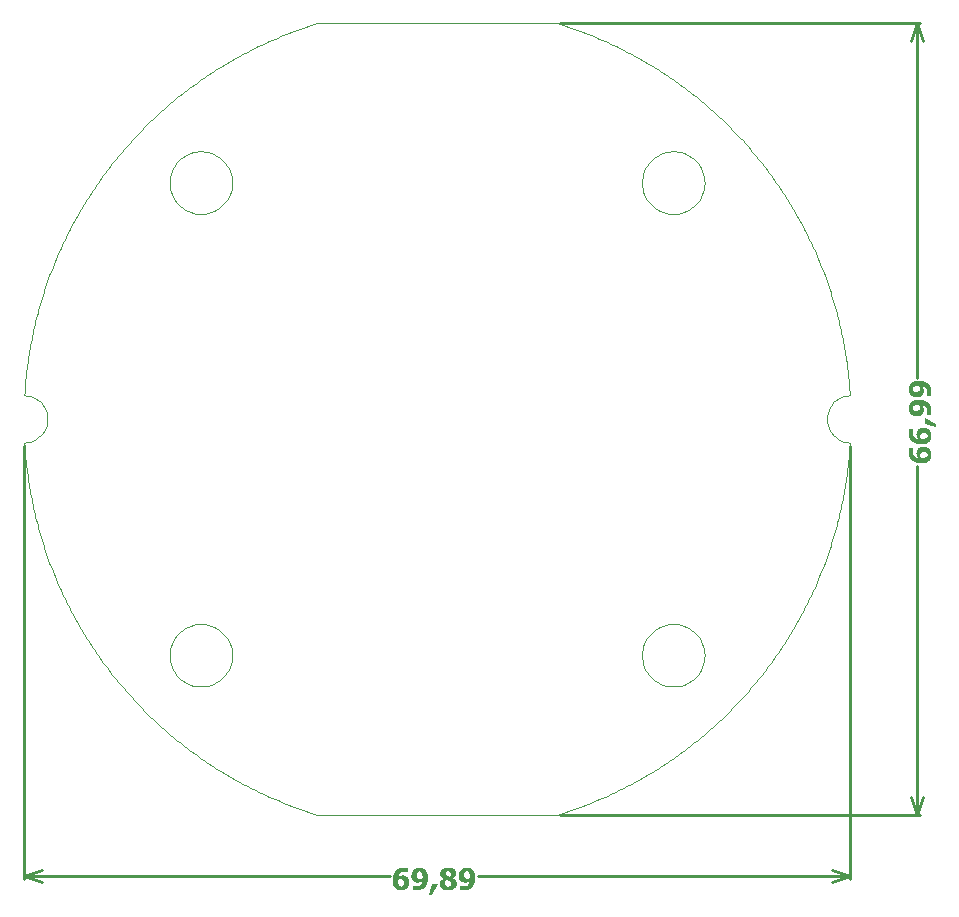
<source format=gm1>
G04*
G04 #@! TF.GenerationSoftware,Altium Limited,Altium Designer,19.1.8 (144)*
G04*
G04 Layer_Color=16711935*
%FSLAX25Y25*%
%MOIN*%
G70*
G01*
G75*
%ADD12C,0.01000*%
%ADD81C,0.00050*%
G36*
X28959Y-17904D02*
X29069D01*
X29179Y-17914D01*
X29439Y-17944D01*
X29459D01*
X29499Y-17954D01*
X29559Y-17964D01*
X29639Y-17974D01*
X29799Y-17994D01*
X29879Y-18014D01*
X29939Y-18024D01*
Y-19434D01*
X29789D01*
X29779Y-19424D01*
X29749Y-19414D01*
X29699Y-19394D01*
X29649Y-19374D01*
X29579Y-19354D01*
X29489Y-19324D01*
X29389Y-19294D01*
X29379D01*
X29339Y-19284D01*
X29279Y-19264D01*
X29199Y-19254D01*
X29099Y-19234D01*
X28989Y-19224D01*
X28859Y-19214D01*
X28639D01*
X28579Y-19224D01*
X28509D01*
X28429Y-19234D01*
X28239Y-19274D01*
X28029Y-19324D01*
X27809Y-19404D01*
X27599Y-19514D01*
X27499Y-19584D01*
X27409Y-19664D01*
X27389Y-19684D01*
X27369Y-19714D01*
X27339Y-19744D01*
X27299Y-19794D01*
X27259Y-19854D01*
X27169Y-19994D01*
X27069Y-20174D01*
X26979Y-20394D01*
X26899Y-20654D01*
X26839Y-20944D01*
X26859Y-20934D01*
X26899Y-20904D01*
X26969Y-20864D01*
X27069Y-20814D01*
X27169Y-20764D01*
X27299Y-20694D01*
X27559Y-20584D01*
X27579Y-20574D01*
X27629Y-20564D01*
X27699Y-20544D01*
X27799Y-20514D01*
X27929Y-20484D01*
X28069Y-20464D01*
X28219Y-20454D01*
X28389Y-20444D01*
X28459D01*
X28529Y-20454D01*
X28629D01*
X28739Y-20474D01*
X28859Y-20494D01*
X28989Y-20514D01*
X29119Y-20554D01*
X29139D01*
X29179Y-20574D01*
X29239Y-20594D01*
X29319Y-20624D01*
X29419Y-20674D01*
X29519Y-20724D01*
X29729Y-20854D01*
X29749Y-20864D01*
X29789Y-20904D01*
X29859Y-20974D01*
X29939Y-21054D01*
X30039Y-21164D01*
X30139Y-21294D01*
X30229Y-21444D01*
X30319Y-21614D01*
Y-21624D01*
X30329Y-21634D01*
X30339Y-21664D01*
X30359Y-21694D01*
X30389Y-21794D01*
X30439Y-21934D01*
X30479Y-22104D01*
X30509Y-22314D01*
X30539Y-22544D01*
X30549Y-22804D01*
Y-22814D01*
Y-22854D01*
Y-22914D01*
X30539Y-22994D01*
X30529Y-23094D01*
X30509Y-23204D01*
X30489Y-23324D01*
X30459Y-23464D01*
X30419Y-23614D01*
X30369Y-23764D01*
X30309Y-23914D01*
X30239Y-24074D01*
X30159Y-24234D01*
X30059Y-24384D01*
X29949Y-24534D01*
X29819Y-24674D01*
X29809Y-24684D01*
X29789Y-24704D01*
X29749Y-24744D01*
X29689Y-24784D01*
X29609Y-24844D01*
X29529Y-24904D01*
X29419Y-24974D01*
X29299Y-25034D01*
X29169Y-25104D01*
X29019Y-25174D01*
X28859Y-25234D01*
X28679Y-25294D01*
X28489Y-25334D01*
X28289Y-25374D01*
X28069Y-25394D01*
X27839Y-25404D01*
X27729D01*
X27679Y-25394D01*
X27609D01*
X27459Y-25384D01*
X27289Y-25364D01*
X27099Y-25324D01*
X26899Y-25284D01*
X26709Y-25224D01*
X26699D01*
X26689Y-25214D01*
X26629Y-25194D01*
X26539Y-25144D01*
X26419Y-25094D01*
X26289Y-25014D01*
X26149Y-24924D01*
X26009Y-24814D01*
X25869Y-24694D01*
X25849Y-24674D01*
X25799Y-24614D01*
X25729Y-24524D01*
X25639Y-24404D01*
X25539Y-24244D01*
X25429Y-24064D01*
X25329Y-23854D01*
X25239Y-23614D01*
Y-23604D01*
X25229Y-23584D01*
X25219Y-23544D01*
X25209Y-23494D01*
X25189Y-23434D01*
X25169Y-23354D01*
X25149Y-23264D01*
X25139Y-23164D01*
X25119Y-23054D01*
X25099Y-22934D01*
X25059Y-22664D01*
X25039Y-22364D01*
X25029Y-22034D01*
Y-22024D01*
Y-21994D01*
Y-21944D01*
Y-21874D01*
X25039Y-21794D01*
Y-21694D01*
X25049Y-21584D01*
X25059Y-21464D01*
X25079Y-21204D01*
X25109Y-20924D01*
X25159Y-20634D01*
X25229Y-20354D01*
Y-20344D01*
X25239Y-20324D01*
X25249Y-20284D01*
X25269Y-20234D01*
X25289Y-20164D01*
X25319Y-20094D01*
X25389Y-19914D01*
X25479Y-19704D01*
X25589Y-19484D01*
X25729Y-19264D01*
X25889Y-19044D01*
X25899Y-19034D01*
X25909Y-19024D01*
X25939Y-18994D01*
X25969Y-18954D01*
X26069Y-18854D01*
X26199Y-18734D01*
X26369Y-18604D01*
X26569Y-18464D01*
X26799Y-18324D01*
X27049Y-18204D01*
X27059D01*
X27079Y-18194D01*
X27119Y-18174D01*
X27179Y-18154D01*
X27239Y-18134D01*
X27329Y-18104D01*
X27419Y-18074D01*
X27529Y-18044D01*
X27649Y-18024D01*
X27769Y-17994D01*
X27909Y-17964D01*
X28059Y-17944D01*
X28389Y-17904D01*
X28739Y-17894D01*
X28869D01*
X28959Y-17904D01*
D02*
G37*
G36*
X49869Y-17884D02*
X49939D01*
X50089Y-17894D01*
X50259Y-17914D01*
X50449Y-17954D01*
X50639Y-17994D01*
X50829Y-18054D01*
X50839D01*
X50849Y-18064D01*
X50909Y-18084D01*
X50999Y-18134D01*
X51119Y-18184D01*
X51249Y-18264D01*
X51389Y-18354D01*
X51529Y-18464D01*
X51669Y-18594D01*
X51689Y-18614D01*
X51739Y-18674D01*
X51809Y-18764D01*
X51899Y-18884D01*
X51999Y-19044D01*
X52099Y-19224D01*
X52189Y-19434D01*
X52279Y-19664D01*
Y-19674D01*
X52289Y-19694D01*
X52299Y-19734D01*
X52309Y-19784D01*
X52329Y-19844D01*
X52349Y-19914D01*
X52369Y-20004D01*
X52389Y-20104D01*
X52409Y-20214D01*
X52429Y-20334D01*
X52469Y-20604D01*
X52489Y-20904D01*
X52499Y-21234D01*
Y-21244D01*
Y-21274D01*
Y-21324D01*
Y-21394D01*
X52489Y-21474D01*
Y-21564D01*
X52479Y-21674D01*
X52469Y-21794D01*
X52449Y-22054D01*
X52409Y-22334D01*
X52349Y-22634D01*
X52279Y-22924D01*
Y-22934D01*
X52269Y-22954D01*
X52259Y-22994D01*
X52239Y-23054D01*
X52219Y-23124D01*
X52189Y-23194D01*
X52119Y-23374D01*
X52029Y-23584D01*
X51909Y-23804D01*
X51779Y-24034D01*
X51619Y-24244D01*
X51609Y-24254D01*
X51599Y-24264D01*
X51569Y-24294D01*
X51539Y-24334D01*
X51439Y-24434D01*
X51299Y-24564D01*
X51129Y-24704D01*
X50929Y-24844D01*
X50709Y-24984D01*
X50459Y-25104D01*
X50449D01*
X50429Y-25114D01*
X50389Y-25134D01*
X50339Y-25144D01*
X50269Y-25174D01*
X50189Y-25194D01*
X50099Y-25224D01*
X49989Y-25244D01*
X49869Y-25274D01*
X49739Y-25304D01*
X49599Y-25324D01*
X49449Y-25344D01*
X49119Y-25384D01*
X48759Y-25394D01*
X48629D01*
X48539Y-25384D01*
X48439D01*
X48319Y-25374D01*
X48189Y-25364D01*
X48049Y-25344D01*
X48029D01*
X47989Y-25334D01*
X47929Y-25324D01*
X47859Y-25314D01*
X47699Y-25294D01*
X47629Y-25274D01*
X47569Y-25264D01*
Y-23854D01*
X47719D01*
X47729Y-23864D01*
X47759Y-23884D01*
X47809Y-23894D01*
X47859Y-23924D01*
X47929Y-23944D01*
X47999Y-23974D01*
X48089Y-24004D01*
X48099D01*
X48139Y-24014D01*
X48189Y-24024D01*
X48269Y-24034D01*
X48369Y-24054D01*
X48489Y-24064D01*
X48619Y-24074D01*
X48839D01*
X48909Y-24064D01*
X48999D01*
X49099Y-24054D01*
X49209Y-24034D01*
X49459Y-23984D01*
X49469D01*
X49519Y-23964D01*
X49579Y-23944D01*
X49659Y-23914D01*
X49739Y-23874D01*
X49839Y-23824D01*
X49939Y-23754D01*
X50029Y-23684D01*
X50039Y-23674D01*
X50069Y-23644D01*
X50119Y-23604D01*
X50179Y-23534D01*
X50239Y-23464D01*
X50309Y-23374D01*
X50379Y-23264D01*
X50439Y-23154D01*
X50449Y-23134D01*
X50469Y-23094D01*
X50499Y-23024D01*
X50529Y-22934D01*
X50569Y-22814D01*
X50609Y-22674D01*
X50639Y-22524D01*
X50669Y-22344D01*
X50649Y-22354D01*
X50599Y-22384D01*
X50529Y-22434D01*
X50429Y-22484D01*
X50319Y-22544D01*
X50199Y-22614D01*
X50069Y-22674D01*
X49939Y-22724D01*
X49929D01*
X49879Y-22744D01*
X49809Y-22764D01*
X49709Y-22784D01*
X49599Y-22804D01*
X49459Y-22824D01*
X49299Y-22834D01*
X49119Y-22844D01*
X49059D01*
X48979Y-22834D01*
X48889D01*
X48779Y-22824D01*
X48659Y-22804D01*
X48399Y-22754D01*
X48389Y-22744D01*
X48339Y-22734D01*
X48279Y-22714D01*
X48199Y-22674D01*
X48099Y-22634D01*
X47999Y-22584D01*
X47889Y-22514D01*
X47779Y-22444D01*
X47759Y-22434D01*
X47719Y-22394D01*
X47649Y-22324D01*
X47569Y-22244D01*
X47469Y-22134D01*
X47379Y-22004D01*
X47279Y-21854D01*
X47189Y-21694D01*
Y-21684D01*
X47179Y-21674D01*
X47169Y-21644D01*
X47159Y-21614D01*
X47119Y-21514D01*
X47089Y-21374D01*
X47049Y-21204D01*
X47009Y-20994D01*
X46989Y-20764D01*
X46979Y-20504D01*
Y-20494D01*
Y-20474D01*
Y-20444D01*
Y-20404D01*
X46989Y-20294D01*
X46999Y-20164D01*
X47029Y-20004D01*
X47059Y-19824D01*
X47109Y-19644D01*
X47169Y-19464D01*
Y-19454D01*
X47179Y-19444D01*
X47209Y-19384D01*
X47249Y-19294D01*
X47309Y-19174D01*
X47389Y-19044D01*
X47479Y-18904D01*
X47589Y-18764D01*
X47709Y-18624D01*
X47729Y-18604D01*
X47769Y-18564D01*
X47849Y-18504D01*
X47949Y-18424D01*
X48069Y-18334D01*
X48219Y-18244D01*
X48389Y-18154D01*
X48569Y-18074D01*
X48579D01*
X48589Y-18064D01*
X48619Y-18054D01*
X48659Y-18044D01*
X48759Y-18014D01*
X48899Y-17974D01*
X49069Y-17934D01*
X49269Y-17904D01*
X49479Y-17884D01*
X49709Y-17874D01*
X49819D01*
X49869Y-17884D01*
D02*
G37*
G36*
X34099D02*
X34169D01*
X34319Y-17894D01*
X34489Y-17914D01*
X34679Y-17954D01*
X34869Y-17994D01*
X35059Y-18054D01*
X35069D01*
X35079Y-18064D01*
X35139Y-18084D01*
X35229Y-18134D01*
X35349Y-18184D01*
X35479Y-18264D01*
X35619Y-18354D01*
X35759Y-18464D01*
X35899Y-18594D01*
X35919Y-18614D01*
X35969Y-18674D01*
X36039Y-18764D01*
X36129Y-18884D01*
X36229Y-19044D01*
X36329Y-19224D01*
X36419Y-19434D01*
X36509Y-19664D01*
Y-19674D01*
X36519Y-19694D01*
X36529Y-19734D01*
X36539Y-19784D01*
X36559Y-19844D01*
X36579Y-19914D01*
X36599Y-20004D01*
X36619Y-20104D01*
X36639Y-20214D01*
X36659Y-20334D01*
X36699Y-20604D01*
X36719Y-20904D01*
X36729Y-21234D01*
Y-21244D01*
Y-21274D01*
Y-21324D01*
Y-21394D01*
X36719Y-21474D01*
Y-21564D01*
X36709Y-21674D01*
X36699Y-21794D01*
X36679Y-22054D01*
X36639Y-22334D01*
X36579Y-22634D01*
X36509Y-22924D01*
Y-22934D01*
X36499Y-22954D01*
X36489Y-22994D01*
X36469Y-23054D01*
X36449Y-23124D01*
X36419Y-23194D01*
X36349Y-23374D01*
X36259Y-23584D01*
X36139Y-23804D01*
X36009Y-24034D01*
X35849Y-24244D01*
X35839Y-24254D01*
X35829Y-24264D01*
X35799Y-24294D01*
X35769Y-24334D01*
X35669Y-24434D01*
X35529Y-24564D01*
X35359Y-24704D01*
X35159Y-24844D01*
X34939Y-24984D01*
X34689Y-25104D01*
X34679D01*
X34659Y-25114D01*
X34619Y-25134D01*
X34569Y-25144D01*
X34499Y-25174D01*
X34419Y-25194D01*
X34329Y-25224D01*
X34219Y-25244D01*
X34099Y-25274D01*
X33969Y-25304D01*
X33829Y-25324D01*
X33679Y-25344D01*
X33349Y-25384D01*
X32989Y-25394D01*
X32859D01*
X32769Y-25384D01*
X32669D01*
X32549Y-25374D01*
X32419Y-25364D01*
X32279Y-25344D01*
X32259D01*
X32219Y-25334D01*
X32159Y-25324D01*
X32089Y-25314D01*
X31929Y-25294D01*
X31859Y-25274D01*
X31799Y-25264D01*
Y-23854D01*
X31949D01*
X31959Y-23864D01*
X31989Y-23884D01*
X32039Y-23894D01*
X32089Y-23924D01*
X32159Y-23944D01*
X32229Y-23974D01*
X32319Y-24004D01*
X32329D01*
X32369Y-24014D01*
X32419Y-24024D01*
X32499Y-24034D01*
X32599Y-24054D01*
X32719Y-24064D01*
X32849Y-24074D01*
X33069D01*
X33139Y-24064D01*
X33229D01*
X33329Y-24054D01*
X33439Y-24034D01*
X33689Y-23984D01*
X33699D01*
X33749Y-23964D01*
X33809Y-23944D01*
X33889Y-23914D01*
X33969Y-23874D01*
X34069Y-23824D01*
X34169Y-23754D01*
X34259Y-23684D01*
X34269Y-23674D01*
X34299Y-23644D01*
X34349Y-23604D01*
X34409Y-23534D01*
X34469Y-23464D01*
X34539Y-23374D01*
X34609Y-23264D01*
X34669Y-23154D01*
X34679Y-23134D01*
X34699Y-23094D01*
X34729Y-23024D01*
X34759Y-22934D01*
X34799Y-22814D01*
X34839Y-22674D01*
X34869Y-22524D01*
X34899Y-22344D01*
X34879Y-22354D01*
X34829Y-22384D01*
X34759Y-22434D01*
X34659Y-22484D01*
X34549Y-22544D01*
X34429Y-22614D01*
X34299Y-22674D01*
X34169Y-22724D01*
X34159D01*
X34109Y-22744D01*
X34039Y-22764D01*
X33939Y-22784D01*
X33829Y-22804D01*
X33689Y-22824D01*
X33529Y-22834D01*
X33349Y-22844D01*
X33289D01*
X33209Y-22834D01*
X33119D01*
X33009Y-22824D01*
X32889Y-22804D01*
X32629Y-22754D01*
X32619Y-22744D01*
X32569Y-22734D01*
X32509Y-22714D01*
X32429Y-22674D01*
X32329Y-22634D01*
X32229Y-22584D01*
X32119Y-22514D01*
X32009Y-22444D01*
X31989Y-22434D01*
X31949Y-22394D01*
X31879Y-22324D01*
X31799Y-22244D01*
X31699Y-22134D01*
X31609Y-22004D01*
X31509Y-21854D01*
X31419Y-21694D01*
Y-21684D01*
X31409Y-21674D01*
X31399Y-21644D01*
X31389Y-21614D01*
X31349Y-21514D01*
X31319Y-21374D01*
X31279Y-21204D01*
X31239Y-20994D01*
X31219Y-20764D01*
X31209Y-20504D01*
Y-20494D01*
Y-20474D01*
Y-20444D01*
Y-20404D01*
X31219Y-20294D01*
X31229Y-20164D01*
X31259Y-20004D01*
X31289Y-19824D01*
X31339Y-19644D01*
X31399Y-19464D01*
Y-19454D01*
X31409Y-19444D01*
X31439Y-19384D01*
X31479Y-19294D01*
X31539Y-19174D01*
X31619Y-19044D01*
X31709Y-18904D01*
X31819Y-18764D01*
X31939Y-18624D01*
X31959Y-18604D01*
X31999Y-18564D01*
X32079Y-18504D01*
X32179Y-18424D01*
X32299Y-18334D01*
X32449Y-18244D01*
X32619Y-18154D01*
X32799Y-18074D01*
X32809D01*
X32819Y-18064D01*
X32849Y-18054D01*
X32889Y-18044D01*
X32989Y-18014D01*
X33129Y-17974D01*
X33299Y-17934D01*
X33499Y-17904D01*
X33709Y-17884D01*
X33939Y-17874D01*
X34049D01*
X34099Y-17884D01*
D02*
G37*
G36*
X43729D02*
X43889Y-17894D01*
X44069Y-17914D01*
X44269Y-17934D01*
X44469Y-17974D01*
X44659Y-18024D01*
X44669D01*
X44679Y-18034D01*
X44739Y-18054D01*
X44839Y-18084D01*
X44949Y-18124D01*
X45079Y-18174D01*
X45219Y-18234D01*
X45349Y-18314D01*
X45479Y-18394D01*
X45489Y-18404D01*
X45529Y-18434D01*
X45589Y-18484D01*
X45669Y-18554D01*
X45749Y-18644D01*
X45829Y-18744D01*
X45909Y-18854D01*
X45979Y-18974D01*
X45989Y-18994D01*
X46009Y-19034D01*
X46039Y-19104D01*
X46069Y-19194D01*
X46099Y-19304D01*
X46129Y-19424D01*
X46149Y-19564D01*
X46159Y-19704D01*
Y-19714D01*
Y-19724D01*
Y-19754D01*
Y-19794D01*
X46139Y-19884D01*
X46119Y-20014D01*
X46089Y-20154D01*
X46029Y-20314D01*
X45959Y-20474D01*
X45859Y-20634D01*
X45849Y-20654D01*
X45799Y-20704D01*
X45729Y-20774D01*
X45629Y-20874D01*
X45499Y-20984D01*
X45349Y-21094D01*
X45159Y-21214D01*
X44939Y-21324D01*
Y-21354D01*
X44949D01*
X44969Y-21364D01*
X45009Y-21384D01*
X45059Y-21404D01*
X45119Y-21434D01*
X45189Y-21474D01*
X45339Y-21554D01*
X45519Y-21674D01*
X45689Y-21804D01*
X45859Y-21954D01*
X45999Y-22124D01*
Y-22134D01*
X46009Y-22144D01*
X46029Y-22174D01*
X46049Y-22204D01*
X46109Y-22304D01*
X46169Y-22444D01*
X46229Y-22604D01*
X46289Y-22794D01*
X46329Y-23014D01*
X46339Y-23254D01*
Y-23274D01*
Y-23334D01*
X46329Y-23424D01*
X46319Y-23534D01*
X46289Y-23664D01*
X46259Y-23814D01*
X46209Y-23964D01*
X46139Y-24114D01*
X46129Y-24134D01*
X46099Y-24184D01*
X46059Y-24254D01*
X45999Y-24354D01*
X45919Y-24454D01*
X45819Y-24574D01*
X45709Y-24694D01*
X45579Y-24804D01*
X45559Y-24814D01*
X45519Y-24854D01*
X45439Y-24904D01*
X45329Y-24974D01*
X45199Y-25044D01*
X45049Y-25124D01*
X44869Y-25194D01*
X44679Y-25264D01*
X44669D01*
X44659Y-25274D01*
X44629D01*
X44589Y-25284D01*
X44539Y-25304D01*
X44479Y-25314D01*
X44329Y-25344D01*
X44149Y-25374D01*
X43949Y-25394D01*
X43719Y-25414D01*
X43469Y-25424D01*
X43349D01*
X43279Y-25414D01*
X43209D01*
X43039Y-25404D01*
X42839Y-25384D01*
X42619Y-25354D01*
X42399Y-25314D01*
X42189Y-25254D01*
X42179D01*
X42169Y-25244D01*
X42139Y-25234D01*
X42099Y-25224D01*
X41999Y-25184D01*
X41879Y-25134D01*
X41739Y-25074D01*
X41589Y-24994D01*
X41439Y-24904D01*
X41299Y-24804D01*
X41279Y-24794D01*
X41239Y-24754D01*
X41179Y-24694D01*
X41109Y-24614D01*
X41019Y-24514D01*
X40939Y-24404D01*
X40859Y-24274D01*
X40789Y-24134D01*
X40779Y-24114D01*
X40769Y-24064D01*
X40739Y-23984D01*
X40709Y-23884D01*
X40679Y-23764D01*
X40659Y-23624D01*
X40639Y-23474D01*
X40629Y-23314D01*
Y-23304D01*
Y-23284D01*
Y-23254D01*
X40639Y-23214D01*
X40649Y-23094D01*
X40669Y-22954D01*
X40709Y-22794D01*
X40769Y-22614D01*
X40859Y-22444D01*
X40969Y-22284D01*
X40989Y-22264D01*
X41029Y-22214D01*
X41109Y-22144D01*
X41219Y-22044D01*
X41359Y-21934D01*
X41529Y-21824D01*
X41729Y-21704D01*
X41959Y-21594D01*
Y-21564D01*
X41949D01*
X41929Y-21554D01*
X41899Y-21534D01*
X41859Y-21504D01*
X41739Y-21444D01*
X41609Y-21354D01*
X41459Y-21244D01*
X41309Y-21114D01*
X41179Y-20974D01*
X41069Y-20814D01*
Y-20804D01*
X41059Y-20794D01*
X41029Y-20734D01*
X40989Y-20644D01*
X40949Y-20524D01*
X40899Y-20374D01*
X40859Y-20214D01*
X40829Y-20024D01*
X40819Y-19824D01*
Y-19804D01*
Y-19754D01*
X40829Y-19684D01*
X40839Y-19584D01*
X40859Y-19474D01*
X40889Y-19344D01*
X40929Y-19214D01*
X40989Y-19084D01*
X40999Y-19064D01*
X41019Y-19024D01*
X41059Y-18954D01*
X41119Y-18874D01*
X41189Y-18774D01*
X41279Y-18674D01*
X41389Y-18564D01*
X41509Y-18454D01*
X41529Y-18444D01*
X41569Y-18414D01*
X41639Y-18364D01*
X41739Y-18304D01*
X41859Y-18234D01*
X41999Y-18164D01*
X42169Y-18094D01*
X42349Y-18034D01*
X42359D01*
X42369Y-18024D01*
X42399Y-18014D01*
X42439Y-18004D01*
X42539Y-17984D01*
X42679Y-17954D01*
X42849Y-17924D01*
X43049Y-17894D01*
X43259Y-17884D01*
X43489Y-17874D01*
X43659D01*
X43729Y-17884D01*
D02*
G37*
G36*
X38219Y-27044D02*
X37189D01*
X38139Y-23344D01*
X39919D01*
X38219Y-27044D01*
D02*
G37*
G36*
X200608Y144418D02*
X200698D01*
X200808Y144408D01*
X200928Y144398D01*
X201188Y144378D01*
X201468Y144338D01*
X201768Y144278D01*
X202058Y144208D01*
X202068D01*
X202088Y144198D01*
X202128Y144188D01*
X202188Y144168D01*
X202258Y144148D01*
X202328Y144118D01*
X202508Y144048D01*
X202718Y143958D01*
X202938Y143838D01*
X203168Y143708D01*
X203378Y143548D01*
X203388Y143538D01*
X203398Y143528D01*
X203428Y143498D01*
X203468Y143468D01*
X203568Y143368D01*
X203698Y143228D01*
X203838Y143058D01*
X203978Y142858D01*
X204118Y142638D01*
X204238Y142388D01*
Y142378D01*
X204248Y142358D01*
X204268Y142318D01*
X204278Y142268D01*
X204308Y142198D01*
X204328Y142118D01*
X204358Y142028D01*
X204378Y141918D01*
X204408Y141798D01*
X204438Y141668D01*
X204458Y141528D01*
X204478Y141378D01*
X204518Y141048D01*
X204528Y140688D01*
Y140558D01*
X204518Y140468D01*
Y140368D01*
X204508Y140248D01*
X204498Y140118D01*
X204478Y139978D01*
Y139958D01*
X204468Y139918D01*
X204458Y139858D01*
X204448Y139788D01*
X204428Y139628D01*
X204408Y139558D01*
X204398Y139498D01*
X202988D01*
Y139648D01*
X202998Y139658D01*
X203018Y139688D01*
X203028Y139738D01*
X203058Y139788D01*
X203078Y139858D01*
X203108Y139928D01*
X203138Y140018D01*
Y140028D01*
X203148Y140068D01*
X203158Y140118D01*
X203168Y140198D01*
X203188Y140298D01*
X203198Y140418D01*
X203208Y140548D01*
Y140768D01*
X203198Y140838D01*
Y140928D01*
X203188Y141028D01*
X203168Y141138D01*
X203118Y141388D01*
Y141398D01*
X203098Y141448D01*
X203078Y141508D01*
X203048Y141588D01*
X203008Y141668D01*
X202958Y141768D01*
X202888Y141868D01*
X202818Y141958D01*
X202808Y141968D01*
X202778Y141998D01*
X202738Y142048D01*
X202668Y142108D01*
X202598Y142168D01*
X202508Y142238D01*
X202398Y142308D01*
X202288Y142368D01*
X202268Y142378D01*
X202228Y142398D01*
X202158Y142428D01*
X202068Y142458D01*
X201948Y142498D01*
X201808Y142538D01*
X201658Y142568D01*
X201478Y142598D01*
X201488Y142578D01*
X201518Y142528D01*
X201568Y142458D01*
X201618Y142358D01*
X201678Y142248D01*
X201748Y142128D01*
X201808Y141998D01*
X201858Y141868D01*
Y141858D01*
X201878Y141808D01*
X201898Y141738D01*
X201918Y141638D01*
X201938Y141528D01*
X201958Y141388D01*
X201968Y141228D01*
X201978Y141048D01*
Y140988D01*
X201968Y140908D01*
Y140818D01*
X201958Y140708D01*
X201938Y140588D01*
X201888Y140328D01*
X201878Y140318D01*
X201868Y140268D01*
X201848Y140208D01*
X201808Y140128D01*
X201768Y140028D01*
X201718Y139928D01*
X201648Y139818D01*
X201578Y139708D01*
X201568Y139688D01*
X201528Y139648D01*
X201458Y139578D01*
X201378Y139498D01*
X201268Y139398D01*
X201138Y139308D01*
X200988Y139208D01*
X200828Y139118D01*
X200818D01*
X200808Y139108D01*
X200778Y139098D01*
X200748Y139088D01*
X200648Y139048D01*
X200508Y139018D01*
X200338Y138978D01*
X200128Y138938D01*
X199898Y138918D01*
X199638Y138908D01*
X199628D01*
X199608D01*
X199578D01*
X199538D01*
X199428Y138918D01*
X199298Y138928D01*
X199138Y138958D01*
X198958Y138988D01*
X198778Y139038D01*
X198598Y139098D01*
X198588D01*
X198578Y139108D01*
X198518Y139138D01*
X198428Y139178D01*
X198308Y139238D01*
X198178Y139318D01*
X198038Y139408D01*
X197898Y139518D01*
X197758Y139638D01*
X197738Y139658D01*
X197698Y139698D01*
X197638Y139778D01*
X197558Y139878D01*
X197468Y139998D01*
X197378Y140148D01*
X197288Y140318D01*
X197208Y140498D01*
Y140508D01*
X197198Y140518D01*
X197188Y140548D01*
X197178Y140588D01*
X197148Y140688D01*
X197108Y140828D01*
X197068Y140998D01*
X197038Y141198D01*
X197018Y141408D01*
X197008Y141638D01*
Y141748D01*
X197018Y141798D01*
Y141868D01*
X197028Y142018D01*
X197048Y142188D01*
X197088Y142378D01*
X197128Y142568D01*
X197188Y142758D01*
Y142768D01*
X197198Y142778D01*
X197218Y142838D01*
X197268Y142928D01*
X197318Y143048D01*
X197398Y143178D01*
X197488Y143318D01*
X197598Y143458D01*
X197728Y143598D01*
X197748Y143618D01*
X197808Y143668D01*
X197898Y143738D01*
X198018Y143828D01*
X198178Y143928D01*
X198358Y144028D01*
X198568Y144118D01*
X198798Y144208D01*
X198808D01*
X198828Y144218D01*
X198868Y144228D01*
X198918Y144238D01*
X198978Y144258D01*
X199048Y144278D01*
X199138Y144298D01*
X199238Y144318D01*
X199348Y144338D01*
X199468Y144358D01*
X199738Y144398D01*
X200038Y144418D01*
X200368Y144428D01*
X200378D01*
X200408D01*
X200458D01*
X200528D01*
X200608Y144418D01*
D02*
G37*
G36*
Y138088D02*
X200698D01*
X200808Y138078D01*
X200928Y138068D01*
X201188Y138048D01*
X201468Y138008D01*
X201768Y137948D01*
X202058Y137878D01*
X202068D01*
X202088Y137868D01*
X202128Y137858D01*
X202188Y137838D01*
X202258Y137818D01*
X202328Y137788D01*
X202508Y137718D01*
X202718Y137628D01*
X202938Y137508D01*
X203168Y137378D01*
X203378Y137218D01*
X203388Y137208D01*
X203398Y137198D01*
X203428Y137168D01*
X203468Y137138D01*
X203568Y137038D01*
X203698Y136898D01*
X203838Y136728D01*
X203978Y136528D01*
X204118Y136308D01*
X204238Y136058D01*
Y136048D01*
X204248Y136028D01*
X204268Y135988D01*
X204278Y135938D01*
X204308Y135868D01*
X204328Y135788D01*
X204358Y135698D01*
X204378Y135588D01*
X204408Y135468D01*
X204438Y135338D01*
X204458Y135198D01*
X204478Y135048D01*
X204518Y134718D01*
X204528Y134358D01*
Y134228D01*
X204518Y134138D01*
Y134038D01*
X204508Y133918D01*
X204498Y133788D01*
X204478Y133648D01*
Y133628D01*
X204468Y133588D01*
X204458Y133528D01*
X204448Y133458D01*
X204428Y133298D01*
X204408Y133228D01*
X204398Y133168D01*
X202988D01*
Y133318D01*
X202998Y133328D01*
X203018Y133358D01*
X203028Y133408D01*
X203058Y133458D01*
X203078Y133528D01*
X203108Y133598D01*
X203138Y133688D01*
Y133698D01*
X203148Y133738D01*
X203158Y133788D01*
X203168Y133868D01*
X203188Y133968D01*
X203198Y134088D01*
X203208Y134218D01*
Y134438D01*
X203198Y134508D01*
Y134598D01*
X203188Y134698D01*
X203168Y134808D01*
X203118Y135058D01*
Y135068D01*
X203098Y135118D01*
X203078Y135178D01*
X203048Y135258D01*
X203008Y135338D01*
X202958Y135438D01*
X202888Y135538D01*
X202818Y135628D01*
X202808Y135638D01*
X202778Y135668D01*
X202738Y135718D01*
X202668Y135778D01*
X202598Y135838D01*
X202508Y135908D01*
X202398Y135978D01*
X202288Y136038D01*
X202268Y136048D01*
X202228Y136068D01*
X202158Y136098D01*
X202068Y136128D01*
X201948Y136168D01*
X201808Y136208D01*
X201658Y136238D01*
X201478Y136268D01*
X201488Y136248D01*
X201518Y136198D01*
X201568Y136128D01*
X201618Y136028D01*
X201678Y135918D01*
X201748Y135798D01*
X201808Y135668D01*
X201858Y135538D01*
Y135528D01*
X201878Y135478D01*
X201898Y135408D01*
X201918Y135308D01*
X201938Y135198D01*
X201958Y135058D01*
X201968Y134898D01*
X201978Y134718D01*
Y134658D01*
X201968Y134578D01*
Y134488D01*
X201958Y134378D01*
X201938Y134258D01*
X201888Y133998D01*
X201878Y133988D01*
X201868Y133938D01*
X201848Y133878D01*
X201808Y133798D01*
X201768Y133698D01*
X201718Y133598D01*
X201648Y133488D01*
X201578Y133378D01*
X201568Y133358D01*
X201528Y133318D01*
X201458Y133248D01*
X201378Y133168D01*
X201268Y133068D01*
X201138Y132978D01*
X200988Y132878D01*
X200828Y132788D01*
X200818D01*
X200808Y132778D01*
X200778Y132768D01*
X200748Y132758D01*
X200648Y132718D01*
X200508Y132688D01*
X200338Y132648D01*
X200128Y132608D01*
X199898Y132588D01*
X199638Y132578D01*
X199628D01*
X199608D01*
X199578D01*
X199538D01*
X199428Y132588D01*
X199298Y132598D01*
X199138Y132628D01*
X198958Y132658D01*
X198778Y132708D01*
X198598Y132768D01*
X198588D01*
X198578Y132778D01*
X198518Y132808D01*
X198428Y132848D01*
X198308Y132908D01*
X198178Y132988D01*
X198038Y133078D01*
X197898Y133188D01*
X197758Y133308D01*
X197738Y133328D01*
X197698Y133368D01*
X197638Y133448D01*
X197558Y133548D01*
X197468Y133668D01*
X197378Y133818D01*
X197288Y133988D01*
X197208Y134168D01*
Y134178D01*
X197198Y134188D01*
X197188Y134218D01*
X197178Y134258D01*
X197148Y134358D01*
X197108Y134498D01*
X197068Y134668D01*
X197038Y134868D01*
X197018Y135078D01*
X197008Y135308D01*
Y135418D01*
X197018Y135468D01*
Y135538D01*
X197028Y135688D01*
X197048Y135858D01*
X197088Y136048D01*
X197128Y136238D01*
X197188Y136428D01*
Y136438D01*
X197198Y136448D01*
X197218Y136508D01*
X197268Y136598D01*
X197318Y136718D01*
X197398Y136848D01*
X197488Y136988D01*
X197598Y137128D01*
X197728Y137268D01*
X197748Y137288D01*
X197808Y137338D01*
X197898Y137408D01*
X198018Y137498D01*
X198178Y137598D01*
X198358Y137698D01*
X198568Y137788D01*
X198798Y137878D01*
X198808D01*
X198828Y137888D01*
X198868Y137898D01*
X198918Y137908D01*
X198978Y137928D01*
X199048Y137948D01*
X199138Y137968D01*
X199238Y137988D01*
X199348Y138008D01*
X199468Y138028D01*
X199738Y138068D01*
X200038Y138088D01*
X200368Y138098D01*
X200378D01*
X200408D01*
X200458D01*
X200528D01*
X200608Y138088D01*
D02*
G37*
G36*
X206178Y130148D02*
Y129118D01*
X202478Y130068D01*
Y131848D01*
X206178Y130148D01*
D02*
G37*
G36*
X202128Y128798D02*
X202228Y128788D01*
X202338Y128768D01*
X202458Y128748D01*
X202598Y128718D01*
X202748Y128678D01*
X202898Y128628D01*
X203048Y128568D01*
X203208Y128498D01*
X203368Y128418D01*
X203518Y128318D01*
X203668Y128208D01*
X203808Y128078D01*
X203818Y128068D01*
X203838Y128048D01*
X203878Y128008D01*
X203918Y127948D01*
X203978Y127868D01*
X204038Y127788D01*
X204108Y127678D01*
X204168Y127558D01*
X204238Y127428D01*
X204308Y127278D01*
X204368Y127118D01*
X204428Y126938D01*
X204468Y126748D01*
X204508Y126548D01*
X204528Y126328D01*
X204538Y126098D01*
Y125988D01*
X204528Y125938D01*
Y125868D01*
X204518Y125718D01*
X204498Y125548D01*
X204458Y125358D01*
X204418Y125158D01*
X204358Y124968D01*
Y124958D01*
X204348Y124948D01*
X204328Y124888D01*
X204278Y124798D01*
X204228Y124678D01*
X204148Y124548D01*
X204058Y124408D01*
X203948Y124268D01*
X203828Y124128D01*
X203808Y124108D01*
X203748Y124058D01*
X203658Y123988D01*
X203538Y123898D01*
X203378Y123798D01*
X203198Y123688D01*
X202988Y123588D01*
X202748Y123498D01*
X202738D01*
X202718Y123488D01*
X202678Y123478D01*
X202628Y123468D01*
X202568Y123448D01*
X202488Y123428D01*
X202398Y123408D01*
X202298Y123398D01*
X202188Y123378D01*
X202068Y123358D01*
X201798Y123318D01*
X201498Y123298D01*
X201168Y123288D01*
X201158D01*
X201128D01*
X201078D01*
X201008D01*
X200928Y123298D01*
X200828D01*
X200718Y123308D01*
X200598Y123318D01*
X200338Y123338D01*
X200058Y123368D01*
X199768Y123418D01*
X199488Y123488D01*
X199478D01*
X199458Y123498D01*
X199418Y123508D01*
X199368Y123528D01*
X199298Y123548D01*
X199228Y123578D01*
X199048Y123648D01*
X198838Y123738D01*
X198618Y123848D01*
X198398Y123988D01*
X198178Y124148D01*
X198168Y124158D01*
X198158Y124168D01*
X198128Y124198D01*
X198088Y124228D01*
X197988Y124328D01*
X197868Y124458D01*
X197738Y124628D01*
X197598Y124828D01*
X197458Y125058D01*
X197338Y125308D01*
Y125318D01*
X197328Y125338D01*
X197308Y125378D01*
X197288Y125438D01*
X197268Y125498D01*
X197238Y125588D01*
X197208Y125678D01*
X197178Y125788D01*
X197158Y125908D01*
X197128Y126028D01*
X197098Y126168D01*
X197078Y126318D01*
X197038Y126648D01*
X197028Y126998D01*
Y127128D01*
X197038Y127218D01*
Y127328D01*
X197048Y127438D01*
X197078Y127698D01*
Y127718D01*
X197088Y127758D01*
X197098Y127818D01*
X197108Y127898D01*
X197128Y128058D01*
X197148Y128138D01*
X197158Y128198D01*
X198568D01*
Y128048D01*
X198558Y128038D01*
X198548Y128008D01*
X198528Y127958D01*
X198508Y127908D01*
X198488Y127838D01*
X198458Y127748D01*
X198428Y127648D01*
Y127638D01*
X198418Y127598D01*
X198398Y127538D01*
X198388Y127458D01*
X198368Y127358D01*
X198358Y127248D01*
X198348Y127118D01*
Y126898D01*
X198358Y126838D01*
Y126768D01*
X198368Y126688D01*
X198408Y126498D01*
X198458Y126288D01*
X198538Y126068D01*
X198648Y125858D01*
X198718Y125758D01*
X198798Y125668D01*
X198818Y125648D01*
X198848Y125628D01*
X198878Y125598D01*
X198928Y125558D01*
X198988Y125518D01*
X199128Y125428D01*
X199308Y125328D01*
X199528Y125238D01*
X199788Y125158D01*
X200078Y125098D01*
X200068Y125118D01*
X200038Y125158D01*
X199998Y125228D01*
X199948Y125328D01*
X199898Y125428D01*
X199828Y125558D01*
X199718Y125818D01*
X199708Y125838D01*
X199698Y125888D01*
X199678Y125958D01*
X199648Y126058D01*
X199618Y126188D01*
X199598Y126328D01*
X199588Y126478D01*
X199578Y126648D01*
Y126718D01*
X199588Y126788D01*
Y126888D01*
X199608Y126998D01*
X199628Y127118D01*
X199648Y127248D01*
X199688Y127378D01*
Y127398D01*
X199708Y127438D01*
X199728Y127498D01*
X199758Y127578D01*
X199808Y127678D01*
X199858Y127778D01*
X199988Y127988D01*
X199998Y128008D01*
X200038Y128048D01*
X200108Y128118D01*
X200188Y128198D01*
X200298Y128298D01*
X200428Y128398D01*
X200578Y128488D01*
X200748Y128578D01*
X200758D01*
X200768Y128588D01*
X200798Y128598D01*
X200828Y128618D01*
X200928Y128648D01*
X201068Y128698D01*
X201238Y128738D01*
X201448Y128768D01*
X201678Y128798D01*
X201938Y128808D01*
X201948D01*
X201988D01*
X202048D01*
X202128Y128798D01*
D02*
G37*
G36*
Y122468D02*
X202228Y122458D01*
X202338Y122438D01*
X202458Y122418D01*
X202598Y122388D01*
X202748Y122348D01*
X202898Y122298D01*
X203048Y122238D01*
X203208Y122168D01*
X203368Y122088D01*
X203518Y121988D01*
X203668Y121878D01*
X203808Y121748D01*
X203818Y121738D01*
X203838Y121718D01*
X203878Y121678D01*
X203918Y121618D01*
X203978Y121538D01*
X204038Y121458D01*
X204108Y121348D01*
X204168Y121228D01*
X204238Y121098D01*
X204308Y120948D01*
X204368Y120788D01*
X204428Y120608D01*
X204468Y120418D01*
X204508Y120218D01*
X204528Y119998D01*
X204538Y119768D01*
Y119658D01*
X204528Y119608D01*
Y119538D01*
X204518Y119388D01*
X204498Y119218D01*
X204458Y119028D01*
X204418Y118828D01*
X204358Y118638D01*
Y118628D01*
X204348Y118618D01*
X204328Y118558D01*
X204278Y118468D01*
X204228Y118348D01*
X204148Y118218D01*
X204058Y118078D01*
X203948Y117938D01*
X203828Y117798D01*
X203808Y117778D01*
X203748Y117728D01*
X203658Y117658D01*
X203538Y117568D01*
X203378Y117468D01*
X203198Y117358D01*
X202988Y117258D01*
X202748Y117168D01*
X202738D01*
X202718Y117158D01*
X202678Y117148D01*
X202628Y117138D01*
X202568Y117118D01*
X202488Y117098D01*
X202398Y117078D01*
X202298Y117068D01*
X202188Y117048D01*
X202068Y117028D01*
X201798Y116988D01*
X201498Y116968D01*
X201168Y116958D01*
X201158D01*
X201128D01*
X201078D01*
X201008D01*
X200928Y116968D01*
X200828D01*
X200718Y116978D01*
X200598Y116988D01*
X200338Y117008D01*
X200058Y117038D01*
X199768Y117088D01*
X199488Y117158D01*
X199478D01*
X199458Y117168D01*
X199418Y117178D01*
X199368Y117198D01*
X199298Y117218D01*
X199228Y117248D01*
X199048Y117318D01*
X198838Y117408D01*
X198618Y117518D01*
X198398Y117658D01*
X198178Y117818D01*
X198168Y117828D01*
X198158Y117838D01*
X198128Y117868D01*
X198088Y117898D01*
X197988Y117998D01*
X197868Y118128D01*
X197738Y118298D01*
X197598Y118498D01*
X197458Y118728D01*
X197338Y118978D01*
Y118988D01*
X197328Y119008D01*
X197308Y119048D01*
X197288Y119108D01*
X197268Y119168D01*
X197238Y119258D01*
X197208Y119348D01*
X197178Y119458D01*
X197158Y119578D01*
X197128Y119698D01*
X197098Y119838D01*
X197078Y119988D01*
X197038Y120318D01*
X197028Y120668D01*
Y120798D01*
X197038Y120888D01*
Y120998D01*
X197048Y121108D01*
X197078Y121368D01*
Y121388D01*
X197088Y121428D01*
X197098Y121488D01*
X197108Y121568D01*
X197128Y121728D01*
X197148Y121808D01*
X197158Y121868D01*
X198568D01*
Y121718D01*
X198558Y121708D01*
X198548Y121678D01*
X198528Y121628D01*
X198508Y121578D01*
X198488Y121508D01*
X198458Y121418D01*
X198428Y121318D01*
Y121308D01*
X198418Y121268D01*
X198398Y121208D01*
X198388Y121128D01*
X198368Y121028D01*
X198358Y120918D01*
X198348Y120788D01*
Y120568D01*
X198358Y120508D01*
Y120438D01*
X198368Y120358D01*
X198408Y120168D01*
X198458Y119958D01*
X198538Y119738D01*
X198648Y119528D01*
X198718Y119428D01*
X198798Y119338D01*
X198818Y119318D01*
X198848Y119298D01*
X198878Y119268D01*
X198928Y119228D01*
X198988Y119188D01*
X199128Y119098D01*
X199308Y118998D01*
X199528Y118908D01*
X199788Y118828D01*
X200078Y118768D01*
X200068Y118788D01*
X200038Y118828D01*
X199998Y118898D01*
X199948Y118998D01*
X199898Y119098D01*
X199828Y119228D01*
X199718Y119488D01*
X199708Y119508D01*
X199698Y119558D01*
X199678Y119628D01*
X199648Y119728D01*
X199618Y119858D01*
X199598Y119998D01*
X199588Y120148D01*
X199578Y120318D01*
Y120388D01*
X199588Y120458D01*
Y120558D01*
X199608Y120668D01*
X199628Y120788D01*
X199648Y120918D01*
X199688Y121048D01*
Y121068D01*
X199708Y121108D01*
X199728Y121168D01*
X199758Y121248D01*
X199808Y121348D01*
X199858Y121448D01*
X199988Y121658D01*
X199998Y121678D01*
X200038Y121718D01*
X200108Y121788D01*
X200188Y121868D01*
X200298Y121968D01*
X200428Y122068D01*
X200578Y122158D01*
X200748Y122248D01*
X200758D01*
X200768Y122258D01*
X200798Y122268D01*
X200828Y122288D01*
X200928Y122318D01*
X201068Y122368D01*
X201238Y122408D01*
X201448Y122438D01*
X201678Y122468D01*
X201938Y122478D01*
X201948D01*
X201988D01*
X202048D01*
X202128Y122468D01*
D02*
G37*
%LPC*%
G36*
X27599Y-21704D02*
X27529D01*
X27479Y-21714D01*
X27359Y-21724D01*
X27209Y-21754D01*
X27199D01*
X27179Y-21764D01*
X27139Y-21774D01*
X27089Y-21784D01*
X26969Y-21824D01*
X26829Y-21874D01*
Y-21884D01*
Y-21914D01*
Y-21964D01*
Y-22044D01*
Y-22064D01*
Y-22124D01*
Y-22204D01*
Y-22324D01*
Y-22334D01*
Y-22354D01*
Y-22384D01*
Y-22424D01*
X26839Y-22544D01*
Y-22684D01*
X26849Y-22844D01*
X26869Y-23004D01*
X26899Y-23174D01*
X26929Y-23324D01*
X26939Y-23344D01*
X26949Y-23384D01*
X26969Y-23454D01*
X27009Y-23534D01*
X27089Y-23714D01*
X27149Y-23804D01*
X27209Y-23884D01*
X27219Y-23894D01*
X27229Y-23914D01*
X27289Y-23974D01*
X27379Y-24044D01*
X27489Y-24114D01*
X27499D01*
X27519Y-24124D01*
X27549Y-24134D01*
X27599Y-24144D01*
X27709Y-24164D01*
X27839Y-24174D01*
X27889D01*
X27929Y-24164D01*
X28029Y-24144D01*
X28149Y-24104D01*
X28159D01*
X28179Y-24094D01*
X28209Y-24074D01*
X28249Y-24054D01*
X28339Y-23984D01*
X28439Y-23884D01*
X28449Y-23874D01*
X28459Y-23854D01*
X28489Y-23824D01*
X28519Y-23774D01*
X28589Y-23654D01*
X28649Y-23514D01*
Y-23504D01*
X28659Y-23474D01*
X28679Y-23424D01*
X28689Y-23354D01*
X28709Y-23264D01*
X28719Y-23164D01*
X28729Y-23034D01*
Y-22884D01*
Y-22864D01*
Y-22824D01*
Y-22764D01*
X28719Y-22684D01*
X28709Y-22594D01*
X28689Y-22494D01*
X28669Y-22404D01*
X28639Y-22314D01*
Y-22304D01*
X28619Y-22274D01*
X28599Y-22234D01*
X28579Y-22184D01*
X28499Y-22064D01*
X28389Y-21944D01*
X28379Y-21934D01*
X28359Y-21924D01*
X28329Y-21904D01*
X28289Y-21874D01*
X28169Y-21814D01*
X28029Y-21764D01*
X28019D01*
X27999Y-21754D01*
X27949Y-21744D01*
X27899Y-21734D01*
X27839Y-21724D01*
X27759Y-21714D01*
X27599Y-21704D01*
D02*
G37*
G36*
X49699Y-19104D02*
X49639D01*
X49599Y-19114D01*
X49499Y-19134D01*
X49379Y-19174D01*
X49369D01*
X49349Y-19184D01*
X49329Y-19204D01*
X49289Y-19224D01*
X49189Y-19304D01*
X49089Y-19404D01*
X49079Y-19414D01*
X49069Y-19434D01*
X49049Y-19464D01*
X49019Y-19504D01*
X48989Y-19564D01*
X48949Y-19634D01*
X48919Y-19714D01*
X48879Y-19814D01*
Y-19824D01*
X48869Y-19864D01*
X48859Y-19914D01*
X48839Y-19994D01*
X48829Y-20074D01*
X48809Y-20184D01*
X48799Y-20294D01*
Y-20414D01*
Y-20434D01*
Y-20474D01*
Y-20534D01*
X48809Y-20614D01*
X48819Y-20714D01*
X48829Y-20804D01*
X48849Y-20904D01*
X48879Y-20994D01*
Y-21004D01*
X48899Y-21034D01*
X48919Y-21074D01*
X48949Y-21124D01*
X49019Y-21234D01*
X49129Y-21354D01*
X49139Y-21364D01*
X49159Y-21374D01*
X49189Y-21394D01*
X49229Y-21424D01*
X49339Y-21484D01*
X49479Y-21534D01*
X49489D01*
X49519Y-21544D01*
X49559Y-21554D01*
X49609D01*
X49679Y-21564D01*
X49749Y-21574D01*
X49919Y-21584D01*
X49989D01*
X50049Y-21574D01*
X50179Y-21564D01*
X50329Y-21534D01*
X50339D01*
X50369Y-21524D01*
X50409Y-21514D01*
X50459Y-21494D01*
X50569Y-21454D01*
X50679Y-21414D01*
Y-21404D01*
Y-21374D01*
Y-21334D01*
X50689Y-21264D01*
Y-21244D01*
X50699Y-21184D01*
Y-21094D01*
Y-20964D01*
Y-20954D01*
Y-20934D01*
Y-20904D01*
Y-20864D01*
Y-20754D01*
X50689Y-20624D01*
X50679Y-20464D01*
X50659Y-20304D01*
X50629Y-20144D01*
X50599Y-19994D01*
Y-19974D01*
X50579Y-19934D01*
X50559Y-19864D01*
X50529Y-19774D01*
X50439Y-19584D01*
X50379Y-19494D01*
X50319Y-19404D01*
X50309Y-19394D01*
X50299Y-19374D01*
X50239Y-19314D01*
X50139Y-19244D01*
X50029Y-19174D01*
X50019D01*
X49999Y-19164D01*
X49969Y-19154D01*
X49929Y-19134D01*
X49829Y-19114D01*
X49699Y-19104D01*
D02*
G37*
G36*
X33929D02*
X33869D01*
X33829Y-19114D01*
X33729Y-19134D01*
X33609Y-19174D01*
X33599D01*
X33579Y-19184D01*
X33559Y-19204D01*
X33519Y-19224D01*
X33419Y-19304D01*
X33319Y-19404D01*
X33309Y-19414D01*
X33299Y-19434D01*
X33279Y-19464D01*
X33249Y-19504D01*
X33219Y-19564D01*
X33179Y-19634D01*
X33149Y-19714D01*
X33109Y-19814D01*
Y-19824D01*
X33099Y-19864D01*
X33089Y-19914D01*
X33069Y-19994D01*
X33059Y-20074D01*
X33039Y-20184D01*
X33029Y-20294D01*
Y-20414D01*
Y-20434D01*
Y-20474D01*
Y-20534D01*
X33039Y-20614D01*
X33049Y-20714D01*
X33059Y-20804D01*
X33079Y-20904D01*
X33109Y-20994D01*
Y-21004D01*
X33129Y-21034D01*
X33149Y-21074D01*
X33179Y-21124D01*
X33249Y-21234D01*
X33359Y-21354D01*
X33369Y-21364D01*
X33389Y-21374D01*
X33419Y-21394D01*
X33459Y-21424D01*
X33569Y-21484D01*
X33709Y-21534D01*
X33719D01*
X33749Y-21544D01*
X33789Y-21554D01*
X33839D01*
X33909Y-21564D01*
X33979Y-21574D01*
X34149Y-21584D01*
X34219D01*
X34279Y-21574D01*
X34409Y-21564D01*
X34559Y-21534D01*
X34569D01*
X34599Y-21524D01*
X34639Y-21514D01*
X34689Y-21494D01*
X34799Y-21454D01*
X34909Y-21414D01*
Y-21404D01*
Y-21374D01*
Y-21334D01*
X34919Y-21264D01*
Y-21244D01*
X34929Y-21184D01*
Y-21094D01*
Y-20964D01*
Y-20954D01*
Y-20934D01*
Y-20904D01*
Y-20864D01*
Y-20754D01*
X34919Y-20624D01*
X34909Y-20464D01*
X34889Y-20304D01*
X34859Y-20144D01*
X34829Y-19994D01*
Y-19974D01*
X34809Y-19934D01*
X34789Y-19864D01*
X34759Y-19774D01*
X34669Y-19584D01*
X34609Y-19494D01*
X34549Y-19404D01*
X34539Y-19394D01*
X34529Y-19374D01*
X34469Y-19314D01*
X34369Y-19244D01*
X34259Y-19174D01*
X34249D01*
X34229Y-19164D01*
X34199Y-19154D01*
X34159Y-19134D01*
X34059Y-19114D01*
X33929Y-19104D01*
D02*
G37*
G36*
X43489D02*
X43429D01*
X43349Y-19114D01*
X43259Y-19124D01*
X43159Y-19154D01*
X43059Y-19184D01*
X42949Y-19234D01*
X42849Y-19304D01*
X42839Y-19314D01*
X42809Y-19344D01*
X42769Y-19384D01*
X42729Y-19444D01*
X42689Y-19514D01*
X42649Y-19594D01*
X42619Y-19694D01*
X42609Y-19794D01*
Y-19804D01*
Y-19844D01*
X42619Y-19894D01*
X42629Y-19964D01*
X42669Y-20114D01*
X42699Y-20194D01*
X42749Y-20264D01*
X42759Y-20274D01*
X42779Y-20294D01*
X42809Y-20324D01*
X42859Y-20374D01*
X42929Y-20424D01*
X43009Y-20474D01*
X43099Y-20534D01*
X43209Y-20594D01*
X43219D01*
X43239Y-20604D01*
X43259Y-20614D01*
X43299Y-20634D01*
X43399Y-20674D01*
X43529Y-20734D01*
X43539D01*
X43559Y-20744D01*
X43609Y-20764D01*
X43659Y-20784D01*
X43739Y-20814D01*
X43819Y-20844D01*
X43919Y-20884D01*
X44029Y-20924D01*
X44039Y-20914D01*
X44059Y-20884D01*
X44099Y-20834D01*
X44139Y-20774D01*
X44179Y-20694D01*
X44229Y-20614D01*
X44309Y-20444D01*
Y-20434D01*
X44319Y-20404D01*
X44339Y-20354D01*
X44359Y-20294D01*
X44369Y-20214D01*
X44389Y-20124D01*
X44399Y-20024D01*
Y-19914D01*
Y-19894D01*
Y-19854D01*
X44389Y-19784D01*
X44369Y-19704D01*
X44339Y-19614D01*
X44289Y-19514D01*
X44229Y-19424D01*
X44149Y-19334D01*
X44139Y-19324D01*
X44109Y-19294D01*
X44049Y-19264D01*
X43979Y-19214D01*
X43879Y-19174D01*
X43769Y-19144D01*
X43639Y-19114D01*
X43489Y-19104D01*
D02*
G37*
G36*
X42869Y-22004D02*
X42859Y-22014D01*
X42839Y-22034D01*
X42799Y-22074D01*
X42759Y-22134D01*
X42699Y-22204D01*
X42649Y-22284D01*
X42589Y-22374D01*
X42529Y-22474D01*
X42519Y-22484D01*
X42509Y-22524D01*
X42489Y-22574D01*
X42459Y-22654D01*
X42429Y-22744D01*
X42409Y-22844D01*
X42399Y-22964D01*
X42389Y-23084D01*
Y-23094D01*
Y-23104D01*
X42399Y-23164D01*
X42409Y-23254D01*
X42429Y-23374D01*
X42469Y-23494D01*
X42529Y-23634D01*
X42599Y-23764D01*
X42709Y-23884D01*
X42729Y-23894D01*
X42769Y-23934D01*
X42839Y-23974D01*
X42939Y-24034D01*
X43059Y-24084D01*
X43199Y-24134D01*
X43359Y-24174D01*
X43549Y-24184D01*
X43599D01*
X43639Y-24174D01*
X43739Y-24164D01*
X43869Y-24144D01*
X43879D01*
X43899Y-24134D01*
X43939Y-24124D01*
X43979Y-24104D01*
X44089Y-24064D01*
X44199Y-24004D01*
X44209Y-23994D01*
X44229Y-23984D01*
X44289Y-23924D01*
X44369Y-23844D01*
X44449Y-23734D01*
Y-23724D01*
X44469Y-23704D01*
X44479Y-23674D01*
X44499Y-23624D01*
X44519Y-23574D01*
X44529Y-23504D01*
X44549Y-23424D01*
Y-23334D01*
Y-23314D01*
Y-23274D01*
X44539Y-23214D01*
X44529Y-23134D01*
X44509Y-23044D01*
X44479Y-22954D01*
X44439Y-22864D01*
X44389Y-22784D01*
X44379Y-22774D01*
X44359Y-22754D01*
X44319Y-22714D01*
X44249Y-22664D01*
X44169Y-22594D01*
X44059Y-22524D01*
X43919Y-22444D01*
X43749Y-22364D01*
X43739D01*
X43719Y-22354D01*
X43689Y-22334D01*
X43649Y-22314D01*
X43589Y-22294D01*
X43519Y-22264D01*
X43439Y-22234D01*
X43339Y-22194D01*
X43329Y-22184D01*
X43299Y-22174D01*
X43249Y-22154D01*
X43179Y-22124D01*
X43029Y-22064D01*
X42869Y-22004D01*
D02*
G37*
G36*
X200318Y142628D02*
X200228D01*
X200098D01*
X200088D01*
X200068D01*
X200038D01*
X199998D01*
X199888D01*
X199758Y142618D01*
X199598Y142608D01*
X199438Y142588D01*
X199278Y142558D01*
X199128Y142528D01*
X199108D01*
X199068Y142508D01*
X198998Y142488D01*
X198908Y142458D01*
X198718Y142368D01*
X198628Y142308D01*
X198538Y142248D01*
X198528Y142238D01*
X198508Y142228D01*
X198448Y142168D01*
X198378Y142068D01*
X198308Y141958D01*
Y141948D01*
X198298Y141928D01*
X198288Y141898D01*
X198268Y141858D01*
X198248Y141758D01*
X198238Y141628D01*
Y141568D01*
X198248Y141528D01*
X198268Y141428D01*
X198308Y141308D01*
Y141298D01*
X198318Y141278D01*
X198338Y141258D01*
X198358Y141218D01*
X198438Y141118D01*
X198538Y141018D01*
X198548Y141008D01*
X198568Y140998D01*
X198598Y140978D01*
X198638Y140948D01*
X198698Y140918D01*
X198768Y140878D01*
X198848Y140848D01*
X198948Y140808D01*
X198958D01*
X198998Y140798D01*
X199048Y140788D01*
X199128Y140768D01*
X199208Y140758D01*
X199318Y140738D01*
X199428Y140728D01*
X199548D01*
X199568D01*
X199608D01*
X199668D01*
X199748Y140738D01*
X199848Y140748D01*
X199938Y140758D01*
X200038Y140778D01*
X200128Y140808D01*
X200138D01*
X200168Y140828D01*
X200208Y140848D01*
X200258Y140878D01*
X200368Y140948D01*
X200488Y141058D01*
X200498Y141068D01*
X200508Y141088D01*
X200528Y141118D01*
X200558Y141158D01*
X200618Y141268D01*
X200668Y141408D01*
Y141418D01*
X200678Y141448D01*
X200688Y141488D01*
Y141538D01*
X200698Y141608D01*
X200708Y141678D01*
X200718Y141848D01*
Y141918D01*
X200708Y141978D01*
X200698Y142108D01*
X200668Y142258D01*
Y142268D01*
X200658Y142298D01*
X200648Y142338D01*
X200628Y142388D01*
X200588Y142498D01*
X200548Y142608D01*
X200538D01*
X200508D01*
X200468D01*
X200398Y142618D01*
X200378D01*
X200318Y142628D01*
D02*
G37*
G36*
Y136298D02*
X200228D01*
X200098D01*
X200088D01*
X200068D01*
X200038D01*
X199998D01*
X199888D01*
X199758Y136288D01*
X199598Y136278D01*
X199438Y136258D01*
X199278Y136228D01*
X199128Y136198D01*
X199108D01*
X199068Y136178D01*
X198998Y136158D01*
X198908Y136128D01*
X198718Y136038D01*
X198628Y135978D01*
X198538Y135918D01*
X198528Y135908D01*
X198508Y135898D01*
X198448Y135838D01*
X198378Y135738D01*
X198308Y135628D01*
Y135618D01*
X198298Y135598D01*
X198288Y135568D01*
X198268Y135528D01*
X198248Y135428D01*
X198238Y135298D01*
Y135238D01*
X198248Y135198D01*
X198268Y135098D01*
X198308Y134978D01*
Y134968D01*
X198318Y134948D01*
X198338Y134928D01*
X198358Y134888D01*
X198438Y134788D01*
X198538Y134688D01*
X198548Y134678D01*
X198568Y134668D01*
X198598Y134648D01*
X198638Y134618D01*
X198698Y134588D01*
X198768Y134548D01*
X198848Y134518D01*
X198948Y134478D01*
X198958D01*
X198998Y134468D01*
X199048Y134458D01*
X199128Y134438D01*
X199208Y134428D01*
X199318Y134408D01*
X199428Y134398D01*
X199548D01*
X199568D01*
X199608D01*
X199668D01*
X199748Y134408D01*
X199848Y134418D01*
X199938Y134428D01*
X200038Y134448D01*
X200128Y134478D01*
X200138D01*
X200168Y134498D01*
X200208Y134518D01*
X200258Y134548D01*
X200368Y134618D01*
X200488Y134728D01*
X200498Y134738D01*
X200508Y134758D01*
X200528Y134788D01*
X200558Y134828D01*
X200618Y134938D01*
X200668Y135078D01*
Y135088D01*
X200678Y135118D01*
X200688Y135158D01*
Y135208D01*
X200698Y135278D01*
X200708Y135348D01*
X200718Y135518D01*
Y135588D01*
X200708Y135648D01*
X200698Y135778D01*
X200668Y135928D01*
Y135938D01*
X200658Y135968D01*
X200648Y136008D01*
X200628Y136058D01*
X200588Y136168D01*
X200548Y136278D01*
X200538D01*
X200508D01*
X200468D01*
X200398Y136288D01*
X200378D01*
X200318Y136298D01*
D02*
G37*
G36*
X202168Y126988D02*
X202018D01*
X201998D01*
X201958D01*
X201898D01*
X201818Y126978D01*
X201728Y126968D01*
X201628Y126948D01*
X201538Y126928D01*
X201448Y126898D01*
X201438D01*
X201408Y126878D01*
X201368Y126858D01*
X201318Y126838D01*
X201198Y126758D01*
X201078Y126648D01*
X201068Y126638D01*
X201058Y126618D01*
X201038Y126588D01*
X201008Y126548D01*
X200948Y126428D01*
X200898Y126288D01*
Y126278D01*
X200888Y126258D01*
X200878Y126208D01*
X200868Y126158D01*
X200858Y126098D01*
X200848Y126018D01*
X200838Y125858D01*
Y125788D01*
X200848Y125738D01*
X200858Y125618D01*
X200888Y125468D01*
Y125458D01*
X200898Y125438D01*
X200908Y125398D01*
X200918Y125348D01*
X200958Y125228D01*
X201008Y125088D01*
X201018D01*
X201048D01*
X201098D01*
X201178D01*
X201198D01*
X201258D01*
X201338D01*
X201458D01*
X201468D01*
X201488D01*
X201518D01*
X201558D01*
X201678Y125098D01*
X201818D01*
X201978Y125108D01*
X202138Y125128D01*
X202308Y125158D01*
X202458Y125188D01*
X202478Y125198D01*
X202518Y125208D01*
X202588Y125228D01*
X202668Y125268D01*
X202848Y125348D01*
X202938Y125408D01*
X203018Y125468D01*
X203028Y125478D01*
X203048Y125488D01*
X203108Y125548D01*
X203178Y125638D01*
X203248Y125748D01*
Y125758D01*
X203258Y125778D01*
X203268Y125808D01*
X203278Y125858D01*
X203298Y125968D01*
X203308Y126098D01*
Y126148D01*
X203298Y126188D01*
X203278Y126288D01*
X203238Y126408D01*
Y126418D01*
X203228Y126438D01*
X203208Y126468D01*
X203188Y126508D01*
X203118Y126598D01*
X203018Y126698D01*
X203008Y126708D01*
X202988Y126718D01*
X202958Y126748D01*
X202908Y126778D01*
X202788Y126848D01*
X202648Y126908D01*
X202638D01*
X202608Y126918D01*
X202558Y126938D01*
X202488Y126948D01*
X202398Y126968D01*
X202298Y126978D01*
X202168Y126988D01*
D02*
G37*
G36*
Y120658D02*
X202018D01*
X201998D01*
X201958D01*
X201898D01*
X201818Y120648D01*
X201728Y120638D01*
X201628Y120618D01*
X201538Y120598D01*
X201448Y120568D01*
X201438D01*
X201408Y120548D01*
X201368Y120528D01*
X201318Y120508D01*
X201198Y120428D01*
X201078Y120318D01*
X201068Y120308D01*
X201058Y120288D01*
X201038Y120258D01*
X201008Y120218D01*
X200948Y120098D01*
X200898Y119958D01*
Y119948D01*
X200888Y119928D01*
X200878Y119878D01*
X200868Y119828D01*
X200858Y119768D01*
X200848Y119688D01*
X200838Y119528D01*
Y119458D01*
X200848Y119408D01*
X200858Y119288D01*
X200888Y119138D01*
Y119128D01*
X200898Y119108D01*
X200908Y119068D01*
X200918Y119018D01*
X200958Y118898D01*
X201008Y118758D01*
X201018D01*
X201048D01*
X201098D01*
X201178D01*
X201198D01*
X201258D01*
X201338D01*
X201458D01*
X201468D01*
X201488D01*
X201518D01*
X201558D01*
X201678Y118768D01*
X201818D01*
X201978Y118778D01*
X202138Y118798D01*
X202308Y118828D01*
X202458Y118858D01*
X202478Y118868D01*
X202518Y118878D01*
X202588Y118898D01*
X202668Y118938D01*
X202848Y119018D01*
X202938Y119078D01*
X203018Y119138D01*
X203028Y119148D01*
X203048Y119158D01*
X203108Y119218D01*
X203178Y119308D01*
X203248Y119418D01*
Y119428D01*
X203258Y119448D01*
X203268Y119478D01*
X203278Y119528D01*
X203298Y119638D01*
X203308Y119768D01*
Y119818D01*
X203298Y119858D01*
X203278Y119958D01*
X203238Y120078D01*
Y120088D01*
X203228Y120108D01*
X203208Y120138D01*
X203188Y120178D01*
X203118Y120268D01*
X203018Y120368D01*
X203008Y120378D01*
X202988Y120388D01*
X202958Y120418D01*
X202908Y120448D01*
X202788Y120518D01*
X202648Y120578D01*
X202638D01*
X202608Y120588D01*
X202558Y120608D01*
X202488Y120618D01*
X202398Y120638D01*
X202298Y120648D01*
X202168Y120658D01*
D02*
G37*
%LPD*%
D12*
X-97806Y-20669D02*
X-91806Y-18669D01*
X-97806Y-20669D02*
X-91806Y-22669D01*
X171334D02*
X177334Y-20669D01*
X171334Y-18669D02*
X177334Y-20669D01*
X-97806D02*
X24029D01*
X53499D02*
X177334D01*
X-97806Y-21669D02*
Y122794D01*
X177334Y-21669D02*
Y122794D01*
X199803Y263555D02*
X201803Y257555D01*
X197803D02*
X199803Y263555D01*
X197803Y5831D02*
X199803Y-169D01*
X201803Y5831D01*
X199803Y145428D02*
Y263555D01*
Y-169D02*
Y115958D01*
X80789Y263555D02*
X200803D01*
X80789Y-169D02*
X200803D01*
D81*
X128937Y210433D02*
X128890Y211425D01*
X128749Y212407D01*
X128514Y213372D01*
X128190Y214311D01*
X127777Y215214D01*
X127281Y216074D01*
X126705Y216882D01*
X126055Y217633D01*
X125336Y218318D01*
X124556Y218932D01*
X123721Y219468D01*
X122838Y219923D01*
X121916Y220292D01*
X120964Y220572D01*
X119989Y220760D01*
X119000Y220854D01*
X118008D01*
X117019Y220760D01*
X116044Y220572D01*
X115092Y220292D01*
X114170Y219923D01*
X113287Y219468D01*
X112452Y218932D01*
X111672Y218318D01*
X110953Y217633D01*
X110303Y216882D01*
X109727Y216074D01*
X109231Y215214D01*
X108818Y214311D01*
X108493Y213372D01*
X108259Y212407D01*
X108118Y211425D01*
X108071Y210433D01*
X108118Y209441D01*
X108259Y208459D01*
X108493Y207494D01*
X108818Y206556D01*
X109231Y205652D01*
X109727Y204792D01*
X110303Y203984D01*
X110953Y203233D01*
X111672Y202548D01*
X112452Y201935D01*
X113287Y201398D01*
X114170Y200943D01*
X115092Y200574D01*
X116044Y200294D01*
X117019Y200106D01*
X118008Y200012D01*
X119000D01*
X119989Y200106D01*
X120964Y200294D01*
X121916Y200574D01*
X122838Y200943D01*
X123721Y201398D01*
X124556Y201935D01*
X125336Y202548D01*
X126055Y203233D01*
X126705Y203984D01*
X127281Y204793D01*
X127777Y205652D01*
X128190Y206556D01*
X128514Y207494D01*
X128749Y208459D01*
X128890Y209441D01*
X128937Y210433D01*
X-28543Y52953D02*
X-28591Y53944D01*
X-28732Y54927D01*
X-28966Y55892D01*
X-29291Y56830D01*
X-29703Y57734D01*
X-30200Y58593D01*
X-30775Y59402D01*
X-31426Y60152D01*
X-32144Y60838D01*
X-32925Y61451D01*
X-33760Y61988D01*
X-34642Y62443D01*
X-35564Y62812D01*
X-36517Y63092D01*
X-37492Y63280D01*
X-38480Y63374D01*
X-39473D01*
X-40461Y63280D01*
X-41436Y63092D01*
X-42389Y62812D01*
X-43310Y62443D01*
X-44193Y61988D01*
X-45028Y61451D01*
X-45809Y60838D01*
X-46527Y60152D01*
X-47177Y59402D01*
X-47753Y58593D01*
X-48250Y57734D01*
X-48662Y56830D01*
X-48987Y55892D01*
X-49221Y54927D01*
X-49362Y53944D01*
X-49409Y52953D01*
X-49362Y51961D01*
X-49221Y50978D01*
X-48987Y50013D01*
X-48662Y49075D01*
X-48250Y48172D01*
X-47753Y47312D01*
X-47177Y46503D01*
X-46527Y45753D01*
X-45809Y45068D01*
X-45028Y44454D01*
X-44193Y43918D01*
X-43310Y43462D01*
X-42389Y43093D01*
X-41436Y42814D01*
X-40461Y42626D01*
X-39473Y42531D01*
X-38480D01*
X-37492Y42626D01*
X-36517Y42814D01*
X-35564Y43093D01*
X-34642Y43462D01*
X-33760Y43918D01*
X-32925Y44454D01*
X-32144Y45068D01*
X-31426Y45753D01*
X-30775Y46503D01*
X-30200Y47312D01*
X-29703Y48172D01*
X-29291Y49075D01*
X-28966Y50013D01*
X-28732Y50978D01*
X-28591Y51961D01*
X-28543Y52953D01*
X-97806Y123819D02*
X-96799Y123913D01*
X-95812Y124135D01*
X-94862Y124482D01*
X-93964Y124947D01*
X-93133Y125524D01*
X-92382Y126203D01*
X-91725Y126972D01*
X-91172Y127820D01*
X-90733Y128730D01*
X-90413Y129690D01*
X-90219Y130683D01*
X-90154Y131693D01*
X-90219Y132703D01*
X-90413Y133695D01*
X-90733Y134655D01*
X-91172Y135566D01*
X-91725Y136414D01*
X-92382Y137183D01*
X-93133Y137862D01*
X-93964Y138438D01*
X-94862Y138904D01*
X-95812Y139251D01*
X-96799Y139473D01*
X-97806Y139567D01*
X-236Y263555D02*
X-1192Y263261D01*
X-2146Y262960D01*
X-3097Y262653D01*
X-4046Y262338D01*
X-4993Y262017D01*
X-5938Y261689D01*
X-6880Y261354D01*
X-7819Y261012D01*
X-8757Y260663D01*
X-9691Y260308D01*
X-10623Y259945D01*
X-11552Y259576D01*
X-12479Y259201D01*
X-13403Y258818D01*
X-14324Y258429D01*
X-15242Y258033D01*
X-16158Y257631D01*
X-17070Y257222D01*
X-17979Y256806D01*
X-18886Y256383D01*
X-19789Y255955D01*
X-20689Y255519D01*
X-21586Y255077D01*
X-22480Y254629D01*
X-23370Y254174D01*
X-24258Y253713D01*
X-25141Y253245D01*
X-26022Y252771D01*
X-26899Y252290D01*
X-27772Y251803D01*
X-28642Y251310D01*
X-29508Y250810D01*
X-30370Y250305D01*
X-31229Y249793D01*
X-32084Y249274D01*
X-32936Y248750D01*
X-33783Y248219D01*
X-34627Y247682D01*
X-35467Y247140D01*
X-36302Y246591D01*
X-37134Y246036D01*
X-37962Y245475D01*
X-38785Y244907D01*
X-39605Y244335D01*
X-40420Y243756D01*
X-41231Y243171D01*
X-42038Y242580D01*
X-42841Y241984D01*
X-43639Y241381D01*
X-44433Y240773D01*
X-45222Y240159D01*
X-46007Y239540D01*
X-46787Y238915D01*
X-47563Y238284D01*
X-48334Y237647D01*
X-49101Y237005D01*
X-49862Y236357D01*
X-50620Y235704D01*
X-51372Y235046D01*
X-52119Y234382D01*
X-52862Y233712D01*
X-53600Y233037D01*
X-54333Y232357D01*
X-55061Y231672D01*
X-55784Y230981D01*
X-56502Y230285D01*
X-57215Y229584D01*
X-57923Y228878D01*
X-58625Y228166D01*
X-59323Y227450D01*
X-60015Y226728D01*
X-60702Y226002D01*
X-61384Y225270D01*
X-62060Y224534D01*
X-62731Y223792D01*
X-63397Y223046D01*
X-64057Y222295D01*
X-64712Y221539D01*
X-65361Y220779D01*
X-66005Y220014D01*
X-66643Y219244D01*
X-67275Y218470D01*
X-67902Y217690D01*
X-68523Y216907D01*
X-69139Y216119D01*
X-69749Y215326D01*
X-70353Y214529D01*
X-70951Y213728D01*
X-71543Y212923D01*
X-72130Y212113D01*
X-72710Y211299D01*
X-73285Y210480D01*
X-73854Y209658D01*
X-74417Y208832D01*
X-74973Y208001D01*
X-75524Y207166D01*
X-76069Y206328D01*
X-76607Y205485D01*
X-77140Y204639D01*
X-77666Y203789D01*
X-78186Y202935D01*
X-78700Y202077D01*
X-79207Y201215D01*
X-79709Y200350D01*
X-80204Y199481D01*
X-80693Y198609D01*
X-81175Y197733D01*
X-81651Y196854D01*
X-82121Y195971D01*
X-82584Y195085D01*
X-83041Y194196D01*
X-83491Y193303D01*
X-83935Y192407D01*
X-84372Y191508D01*
X-84803Y190605D01*
X-85227Y189700D01*
X-85645Y188791D01*
X-86056Y187880D01*
X-86460Y186965D01*
X-86858Y186048D01*
X-87249Y185127D01*
X-87634Y184204D01*
X-88011Y183279D01*
X-88382Y182350D01*
X-88746Y181419D01*
X-89104Y180485D01*
X-89455Y179549D01*
X-89798Y178610D01*
X-90136Y177668D01*
X-90466Y176724D01*
X-90789Y175778D01*
X-91106Y174830D01*
X-91415Y173879D01*
X-91718Y172926D01*
X-92014Y171971D01*
X-92302Y171013D01*
X-92584Y170054D01*
X-92859Y169093D01*
X-93127Y168129D01*
X-93388Y167164D01*
X-93642Y166197D01*
X-93889Y165228D01*
X-94128Y164257D01*
X-94361Y163285D01*
X-94587Y162311D01*
X-94806Y161335D01*
X-95017Y160357D01*
X-95222Y159379D01*
X-95419Y158398D01*
X-95609Y157417D01*
X-95792Y156434D01*
X-95968Y155449D01*
X-96137Y154464D01*
X-96299Y153477D01*
X-96453Y152489D01*
X-96601Y151500D01*
X-96741Y150510D01*
X-96874Y149519D01*
X-96999Y148527D01*
X-97118Y147534D01*
X-97229Y146541D01*
X-97333Y145546D01*
X-97430Y144551D01*
X-97520Y143555D01*
X-97602Y142559D01*
X-97678Y141561D01*
X-97746Y140564D01*
X-97806Y139567D01*
X177334Y139567D02*
X177273Y140565D01*
X177205Y141563D01*
X177130Y142560D01*
X177047Y143556D01*
X176958Y144552D01*
X176861Y145547D01*
X176757Y146542D01*
X176645Y147535D01*
X176527Y148528D01*
X176401Y149520D01*
X176268Y150511D01*
X176128Y151501D01*
X175980Y152490D01*
X175826Y153478D01*
X175664Y154465D01*
X175496Y155451D01*
X175320Y156435D01*
X175136Y157418D01*
X174946Y158399D01*
X174749Y159380D01*
X174544Y160359D01*
X174333Y161336D01*
X174114Y162312D01*
X173889Y163286D01*
X173656Y164258D01*
X173416Y165229D01*
X173169Y166198D01*
X172915Y167165D01*
X172654Y168130D01*
X172386Y169094D01*
X172111Y170055D01*
X171829Y171014D01*
X171541Y171972D01*
X171245Y172927D01*
X170942Y173880D01*
X170633Y174830D01*
X170316Y175779D01*
X169993Y176725D01*
X169663Y177669D01*
X169326Y178610D01*
X168982Y179549D01*
X168631Y180486D01*
X168274Y181420D01*
X167910Y182351D01*
X167538Y183279D01*
X167161Y184205D01*
X166776Y185128D01*
X166385Y186048D01*
X165988Y186966D01*
X165583Y187880D01*
X165172Y188792D01*
X164754Y189700D01*
X164330Y190606D01*
X163899Y191508D01*
X163462Y192408D01*
X163018Y193304D01*
X162568Y194196D01*
X162111Y195086D01*
X161648Y195972D01*
X161178Y196855D01*
X160702Y197734D01*
X160220Y198610D01*
X159731Y199482D01*
X159236Y200351D01*
X158735Y201216D01*
X158227Y202078D01*
X157713Y202935D01*
X157193Y203789D01*
X156667Y204640D01*
X156134Y205486D01*
X155596Y206328D01*
X155051Y207167D01*
X154501Y208001D01*
X153944Y208832D01*
X153381Y209659D01*
X152812Y210481D01*
X152238Y211299D01*
X151657Y212113D01*
X151070Y212923D01*
X150478Y213729D01*
X149880Y214530D01*
X149276Y215327D01*
X148666Y216119D01*
X148051Y216907D01*
X147429Y217691D01*
X146803Y218470D01*
X146170Y219244D01*
X145532Y220014D01*
X144888Y220779D01*
X144239Y221540D01*
X143584Y222295D01*
X142924Y223046D01*
X142259Y223793D01*
X141587Y224534D01*
X140911Y225270D01*
X140229Y226002D01*
X139542Y226729D01*
X138850Y227450D01*
X138153Y228167D01*
X137450Y228878D01*
X136742Y229584D01*
X136029Y230285D01*
X135311Y230981D01*
X134588Y231672D01*
X133860Y232358D01*
X133127Y233038D01*
X132390Y233713D01*
X131647Y234382D01*
X130899Y235046D01*
X130147Y235705D01*
X129390Y236358D01*
X128628Y237005D01*
X127861Y237647D01*
X127090Y238284D01*
X126314Y238915D01*
X125534Y239540D01*
X124749Y240160D01*
X123960Y240773D01*
X123166Y241381D01*
X122368Y241984D01*
X121566Y242580D01*
X120759Y243171D01*
X119948Y243756D01*
X119132Y244335D01*
X118313Y244908D01*
X117489Y245475D01*
X116662Y246036D01*
X115830Y246591D01*
X114994Y247140D01*
X114154Y247682D01*
X113311Y248219D01*
X112463Y248750D01*
X111612Y249274D01*
X110757Y249793D01*
X109898Y250305D01*
X109035Y250810D01*
X108169Y251310D01*
X107299Y251803D01*
X106426Y252290D01*
X105549Y252771D01*
X104669Y253245D01*
X103785Y253713D01*
X102898Y254174D01*
X102008Y254629D01*
X101114Y255077D01*
X100217Y255519D01*
X99317Y255955D01*
X98413Y256383D01*
X97507Y256806D01*
X96598Y257222D01*
X95685Y257631D01*
X94770Y258033D01*
X93852Y258429D01*
X92931Y258818D01*
X92007Y259201D01*
X91080Y259576D01*
X90151Y259945D01*
X89219Y260308D01*
X88284Y260663D01*
X87347Y261012D01*
X86407Y261354D01*
X85465Y261689D01*
X84521Y262017D01*
X83574Y262338D01*
X82625Y262653D01*
X81673Y262960D01*
X80720Y263261D01*
X79764Y263555D01*
X177334Y139567D02*
X176327Y139473D01*
X175340Y139251D01*
X174389Y138904D01*
X173491Y138438D01*
X172660Y137862D01*
X171910Y137183D01*
X171253Y136414D01*
X170700Y135566D01*
X170260Y134655D01*
X169941Y133695D01*
X169747Y132703D01*
X169682Y131693D01*
X169747Y130683D01*
X169941Y129690D01*
X170260Y128730D01*
X170700Y127820D01*
X171253Y126972D01*
X171910Y126203D01*
X172660Y125524D01*
X173491Y124947D01*
X174389Y124482D01*
X175340Y124135D01*
X176327Y123913D01*
X177334Y123819D01*
X79764Y-169D02*
X80720Y125D01*
X81673Y426D01*
X82625Y733D01*
X83574Y1048D01*
X84521Y1369D01*
X85465Y1697D01*
X86407Y2032D01*
X87347Y2374D01*
X88284Y2723D01*
X89219Y3078D01*
X90151Y3441D01*
X91080Y3810D01*
X92007Y4185D01*
X92931Y4568D01*
X93852Y4957D01*
X94770Y5353D01*
X95685Y5755D01*
X96598Y6164D01*
X97507Y6580D01*
X98413Y7002D01*
X99317Y7431D01*
X100217Y7867D01*
X101114Y8309D01*
X102008Y8757D01*
X102898Y9212D01*
X103785Y9673D01*
X104669Y10141D01*
X105549Y10615D01*
X106426Y11096D01*
X107299Y11583D01*
X108169Y12076D01*
X109036Y12575D01*
X109898Y13081D01*
X110757Y13593D01*
X111612Y14112D01*
X112463Y14636D01*
X113311Y15167D01*
X114155Y15703D01*
X114994Y16246D01*
X115830Y16795D01*
X116662Y17350D01*
X117489Y17911D01*
X118313Y18478D01*
X119132Y19051D01*
X119948Y19630D01*
X120759Y20215D01*
X121566Y20806D01*
X122368Y21402D01*
X123166Y22005D01*
X123960Y22613D01*
X124749Y23226D01*
X125534Y23846D01*
X126315Y24471D01*
X127090Y25102D01*
X127862Y25739D01*
X128628Y26381D01*
X129390Y27028D01*
X130147Y27681D01*
X130900Y28340D01*
X131647Y29004D01*
X132390Y29673D01*
X133128Y30348D01*
X133861Y31029D01*
X134589Y31714D01*
X135312Y32405D01*
X136030Y33101D01*
X136742Y33802D01*
X137450Y34508D01*
X138153Y35219D01*
X138850Y35936D01*
X139543Y36658D01*
X140230Y37384D01*
X140911Y38116D01*
X141588Y38852D01*
X142259Y39593D01*
X142924Y40340D01*
X143585Y41091D01*
X144239Y41846D01*
X144889Y42607D01*
X145532Y43372D01*
X146170Y44142D01*
X146803Y44916D01*
X147430Y45695D01*
X148051Y46479D01*
X148667Y47267D01*
X149276Y48059D01*
X149880Y48856D01*
X150478Y49657D01*
X151071Y50463D01*
X151657Y51273D01*
X152238Y52087D01*
X152813Y52905D01*
X153381Y53728D01*
X153944Y54554D01*
X154501Y55385D01*
X155052Y56219D01*
X155596Y57058D01*
X156135Y57901D01*
X156667Y58747D01*
X157194Y59597D01*
X157714Y60451D01*
X158227Y61309D01*
X158735Y62170D01*
X159236Y63036D01*
X159731Y63904D01*
X160220Y64777D01*
X160703Y65653D01*
X161179Y66532D01*
X161648Y67415D01*
X162111Y68301D01*
X162568Y69190D01*
X163019Y70083D01*
X163462Y70979D01*
X163900Y71878D01*
X164331Y72781D01*
X164755Y73686D01*
X165172Y74595D01*
X165583Y75506D01*
X165988Y76421D01*
X166386Y77338D01*
X166777Y78258D01*
X167161Y79181D01*
X167539Y80107D01*
X167910Y81036D01*
X168274Y81967D01*
X168631Y82901D01*
X168982Y83837D01*
X169326Y84776D01*
X169663Y85718D01*
X169993Y86661D01*
X170317Y87608D01*
X170633Y88556D01*
X170943Y89507D01*
X171245Y90460D01*
X171541Y91415D01*
X171830Y92373D01*
X172112Y93332D01*
X172387Y94293D01*
X172654Y95257D01*
X172915Y96222D01*
X173169Y97189D01*
X173416Y98158D01*
X173656Y99129D01*
X173889Y100101D01*
X174114Y101075D01*
X174333Y102051D01*
X174545Y103028D01*
X174749Y104007D01*
X174946Y104987D01*
X175137Y105969D01*
X175320Y106952D01*
X175496Y107936D01*
X175665Y108922D01*
X175826Y109909D01*
X175981Y110897D01*
X176128Y111886D01*
X176268Y112876D01*
X176401Y113867D01*
X176527Y114859D01*
X176645Y115851D01*
X176757Y116845D01*
X176861Y117840D01*
X176958Y118835D01*
X177048Y119831D01*
X177130Y120827D01*
X177205Y121824D01*
X177273Y122822D01*
X177334Y123819D01*
X-97806Y123819D02*
X-97746Y122821D01*
X-97678Y121823D01*
X-97602Y120826D01*
X-97520Y119830D01*
X-97430Y118834D01*
X-97333Y117839D01*
X-97229Y116844D01*
X-97118Y115850D01*
X-96999Y114857D01*
X-96873Y113865D01*
X-96740Y112874D01*
X-96600Y111884D01*
X-96453Y110895D01*
X-96298Y109907D01*
X-96137Y108921D01*
X-95968Y107935D01*
X-95792Y106951D01*
X-95609Y105968D01*
X-95419Y104986D01*
X-95221Y104006D01*
X-95017Y103027D01*
X-94805Y102050D01*
X-94587Y101074D01*
X-94361Y100100D01*
X-94128Y99128D01*
X-93888Y98157D01*
X-93641Y97188D01*
X-93388Y96221D01*
X-93127Y95255D01*
X-92859Y94292D01*
X-92584Y93331D01*
X-92302Y92371D01*
X-92013Y91414D01*
X-91717Y90459D01*
X-91415Y89506D01*
X-91105Y88555D01*
X-90789Y87607D01*
X-90465Y86660D01*
X-90135Y85716D01*
X-89798Y84775D01*
X-89454Y83836D01*
X-89104Y82900D01*
X-88746Y81966D01*
X-88382Y81035D01*
X-88011Y80106D01*
X-87633Y79180D01*
X-87249Y78257D01*
X-86858Y77337D01*
X-86460Y76420D01*
X-86055Y75505D01*
X-85644Y74594D01*
X-85227Y73685D01*
X-84803Y72780D01*
X-84372Y71877D01*
X-83934Y70978D01*
X-83491Y70082D01*
X-83040Y69189D01*
X-82583Y68300D01*
X-82120Y67414D01*
X-81651Y66531D01*
X-81174Y65651D01*
X-80692Y64776D01*
X-80203Y63903D01*
X-79708Y63034D01*
X-79207Y62169D01*
X-78699Y61308D01*
X-78185Y60450D01*
X-77665Y59596D01*
X-77139Y58746D01*
X-76607Y57899D01*
X-76068Y57057D01*
X-75523Y56218D01*
X-74973Y55384D01*
X-74416Y54553D01*
X-73853Y53727D01*
X-73284Y52904D01*
X-72710Y52086D01*
X-72129Y51272D01*
X-71543Y50462D01*
X-70950Y49657D01*
X-70352Y48855D01*
X-69748Y48058D01*
X-69138Y47266D01*
X-68523Y46478D01*
X-67901Y45694D01*
X-67274Y44915D01*
X-66642Y44141D01*
X-66004Y43371D01*
X-65360Y42606D01*
X-64711Y41846D01*
X-64056Y41090D01*
X-63396Y40339D01*
X-62730Y39592D01*
X-62059Y38851D01*
X-61383Y38115D01*
X-60701Y37383D01*
X-60014Y36657D01*
X-59322Y35935D01*
X-58625Y35219D01*
X-57922Y34507D01*
X-57214Y33801D01*
X-56501Y33100D01*
X-55783Y32404D01*
X-55060Y31713D01*
X-54332Y31028D01*
X-53599Y30347D01*
X-52861Y29673D01*
X-52119Y29003D01*
X-51371Y28339D01*
X-50619Y27681D01*
X-49861Y27027D01*
X-49100Y26380D01*
X-48333Y25738D01*
X-47562Y25101D01*
X-46786Y24471D01*
X-46006Y23845D01*
X-45221Y23226D01*
X-44432Y22612D01*
X-43638Y22004D01*
X-42840Y21401D01*
X-42037Y20805D01*
X-41230Y20214D01*
X-40419Y19629D01*
X-39604Y19051D01*
X-38785Y18478D01*
X-37961Y17911D01*
X-37133Y17350D01*
X-36301Y16795D01*
X-35466Y16246D01*
X-34626Y15703D01*
X-33782Y15166D01*
X-32935Y14635D01*
X-32083Y14111D01*
X-31228Y13593D01*
X-30369Y13081D01*
X-29507Y12575D01*
X-28641Y12075D01*
X-27771Y11582D01*
X-26897Y11095D01*
X-26021Y10615D01*
X-25140Y10140D01*
X-24257Y9673D01*
X-23369Y9211D01*
X-22479Y8756D01*
X-21585Y8308D01*
X-20688Y7866D01*
X-19788Y7431D01*
X-18885Y7002D01*
X-17978Y6579D01*
X-17069Y6164D01*
X-16157Y5755D01*
X-15241Y5352D01*
X-14323Y4956D01*
X-13402Y4567D01*
X-12478Y4185D01*
X-11551Y3809D01*
X-10622Y3440D01*
X-9690Y3078D01*
X-8755Y2722D01*
X-7818Y2374D01*
X-6879Y2032D01*
X-5937Y1697D01*
X-4992Y1369D01*
X-4045Y1047D01*
X-3096Y733D01*
X-2145Y425D01*
X-1191Y125D01*
X-236Y-169D01*
X-28543Y210433D02*
X-28591Y211425D01*
X-28732Y212407D01*
X-28966Y213372D01*
X-29291Y214311D01*
X-29703Y215214D01*
X-30200Y216074D01*
X-30775Y216882D01*
X-31426Y217633D01*
X-32144Y218318D01*
X-32925Y218932D01*
X-33760Y219468D01*
X-34642Y219923D01*
X-35564Y220292D01*
X-36517Y220572D01*
X-37492Y220760D01*
X-38480Y220854D01*
X-39473D01*
X-40461Y220760D01*
X-41436Y220572D01*
X-42389Y220292D01*
X-43310Y219923D01*
X-44193Y219468D01*
X-45028Y218932D01*
X-45809Y218318D01*
X-46527Y217633D01*
X-47177Y216882D01*
X-47753Y216074D01*
X-48250Y215214D01*
X-48662Y214311D01*
X-48987Y213372D01*
X-49221Y212407D01*
X-49362Y211425D01*
X-49409Y210433D01*
X-49362Y209441D01*
X-49221Y208459D01*
X-48987Y207494D01*
X-48662Y206556D01*
X-48250Y205652D01*
X-47753Y204792D01*
X-47177Y203984D01*
X-46527Y203233D01*
X-45809Y202548D01*
X-45028Y201935D01*
X-44193Y201398D01*
X-43310Y200943D01*
X-42389Y200574D01*
X-41436Y200294D01*
X-40461Y200106D01*
X-39473Y200012D01*
X-38480D01*
X-37492Y200106D01*
X-36517Y200294D01*
X-35564Y200574D01*
X-34642Y200943D01*
X-33760Y201398D01*
X-32925Y201935D01*
X-32144Y202548D01*
X-31426Y203233D01*
X-30775Y203984D01*
X-30200Y204793D01*
X-29703Y205652D01*
X-29291Y206556D01*
X-28966Y207494D01*
X-28732Y208459D01*
X-28591Y209441D01*
X-28543Y210433D01*
X128937Y52953D02*
X128890Y53944D01*
X128749Y54927D01*
X128514Y55892D01*
X128190Y56830D01*
X127777Y57734D01*
X127281Y58593D01*
X126705Y59402D01*
X126055Y60152D01*
X125336Y60838D01*
X124556Y61451D01*
X123721Y61988D01*
X122838Y62443D01*
X121916Y62812D01*
X120964Y63092D01*
X119989Y63280D01*
X119000Y63374D01*
X118008D01*
X117019Y63280D01*
X116044Y63092D01*
X115092Y62812D01*
X114170Y62443D01*
X113287Y61988D01*
X112452Y61451D01*
X111672Y60838D01*
X110953Y60152D01*
X110303Y59402D01*
X109727Y58593D01*
X109231Y57734D01*
X108818Y56830D01*
X108493Y55892D01*
X108259Y54927D01*
X108118Y53944D01*
X108071Y52953D01*
X108118Y51961D01*
X108259Y50978D01*
X108493Y50013D01*
X108818Y49075D01*
X109231Y48172D01*
X109727Y47312D01*
X110303Y46503D01*
X110953Y45753D01*
X111672Y45068D01*
X112452Y44454D01*
X113287Y43918D01*
X114170Y43462D01*
X115092Y43093D01*
X116044Y42814D01*
X117019Y42626D01*
X118008Y42531D01*
X119000D01*
X119989Y42626D01*
X120964Y42814D01*
X121916Y43093D01*
X122838Y43462D01*
X123721Y43918D01*
X124556Y44454D01*
X125336Y45068D01*
X126055Y45753D01*
X126705Y46503D01*
X127281Y47312D01*
X127777Y48172D01*
X128190Y49075D01*
X128514Y50013D01*
X128749Y50978D01*
X128890Y51961D01*
X128937Y52953D01*
X-236Y263555D02*
X79764D01*
X-236Y-169D02*
X79764D01*
M02*

</source>
